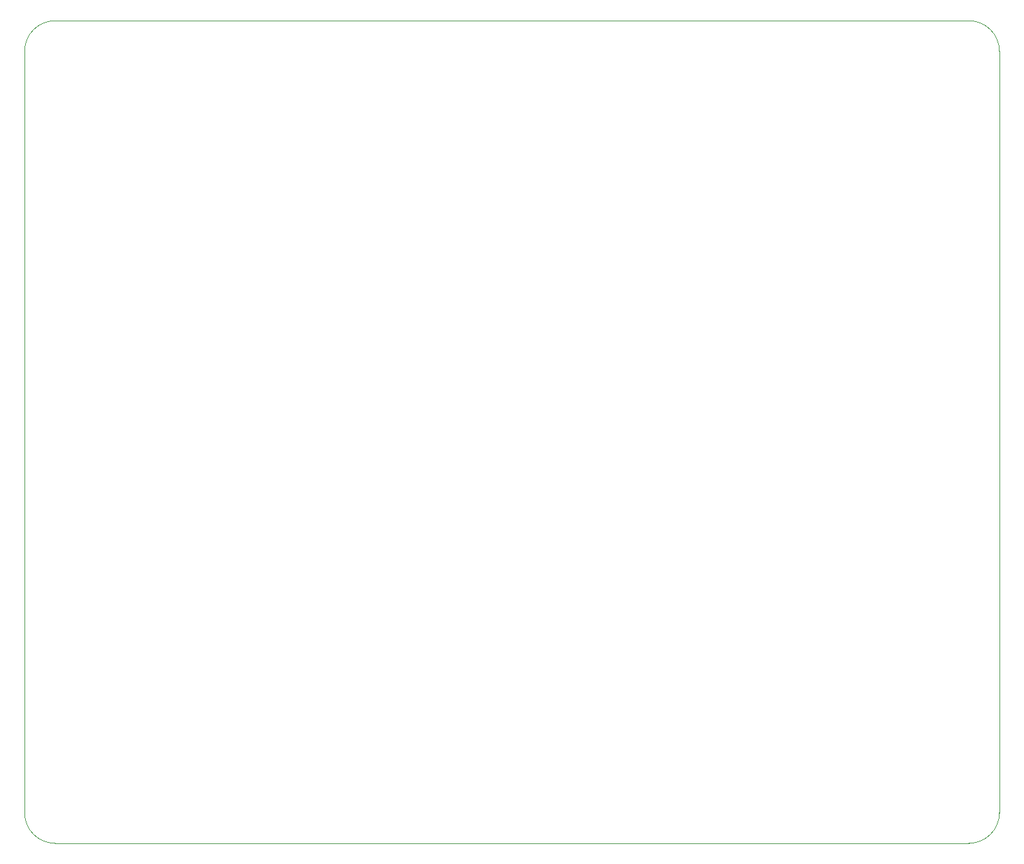
<source format=gbr>
%TF.GenerationSoftware,KiCad,Pcbnew,7.0.10*%
%TF.CreationDate,2024-06-08T14:33:02-05:00*%
%TF.ProjectId,viewer_rev2,76696577-6572-45f7-9265-76322e6b6963,rev?*%
%TF.SameCoordinates,PX62b48e0PY1ba8140*%
%TF.FileFunction,Profile,NP*%
%FSLAX46Y46*%
G04 Gerber Fmt 4.6, Leading zero omitted, Abs format (unit mm)*
G04 Created by KiCad (PCBNEW 7.0.10) date 2024-06-08 14:33:02*
%MOMM*%
%LPD*%
G01*
G04 APERTURE LIST*
%TA.AperFunction,Profile*%
%ADD10C,0.050000*%
%TD*%
G04 APERTURE END LIST*
D10*
X4000000Y-108000000D02*
X124000000Y-108000000D01*
X4000000Y0D02*
G75*
G03*
X0Y-4000000I0J-4000000D01*
G01*
X128000000Y-4000000D02*
G75*
G03*
X124000000Y0I-4000000J0D01*
G01*
X0Y-4000000D02*
X0Y-104000000D01*
X0Y-104000000D02*
G75*
G03*
X4000000Y-108000000I4000000J0D01*
G01*
X4000000Y0D02*
X124000000Y0D01*
X124000000Y-108000000D02*
G75*
G03*
X128000000Y-104000000I0J4000000D01*
G01*
X128000000Y-4000000D02*
X128000000Y-104000000D01*
M02*

</source>
